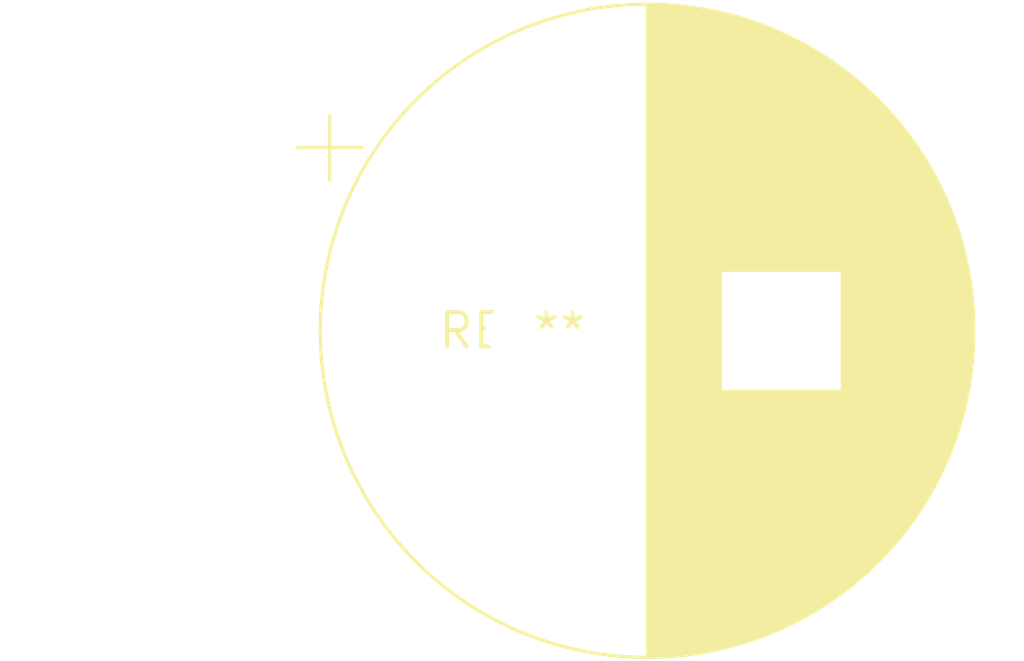
<source format=kicad_pcb>
(kicad_pcb (version 20240108) (generator pcbnew)
  (layers (0 "F.Cu" signal) (31 "B.Cu" signal) (34 "B.Paste" user) (35 "F.Paste" user) (36 "B.SilkS" user "B.Silkscreen") (37 "F.SilkS" user "F.Silkscreen") (38 "B.Mask" user) (39 "F.Mask" user) (44 "Edge.Cuts" user))
  (net 0 "")
  (footprint "CP_Radial_D24.0mm_P10.00mm_SnapIn" (layer "F.Cu") (at 0 0)
    (property "Reference" "REF**")
    (property "Value" "CP_Radial_D24.0mm_P10.00mm_SnapIn")
    (fp_line (start -7.969285 -6.795) (end -5.569285 -6.795) (layer "F.SilkS") (stroke (width 0.12)))
    (fp_line (start -6.769285 -7.995) (end -6.769285 -5.595) (layer "F.SilkS") (stroke (width 0.12)))
    (fp_line (start 5 -12.081) (end 5 12.081) (layer "F.SilkS") (stroke (width 0.12)))
    (fp_line (start 5.04 -12.08) (end 5.04 12.08) (layer "F.SilkS") (stroke (width 0.12)))
    (fp_line (start 5.08 -12.08) (end 5.08 12.08) (layer "F.SilkS") (stroke (width 0.12)))
    (fp_line (start 5.12 -12.08) (end 5.12 12.08) (layer "F.SilkS") (stroke (width 0.12)))
    (fp_line (start 5.16 -12.079) (end 5.16 12.079) (layer "F.SilkS") (stroke (width 0.12)))
    (fp_line (start 5.2 -12.079) (end 5.2 12.079) (layer "F.SilkS") (stroke (width 0.12)))
    (fp_line (start 5.24 -12.078) (end 5.24 12.078) (layer "F.SilkS") (stroke (width 0.12)))
    (fp_line (start 5.28 -12.077) (end 5.28 12.077) (layer "F.SilkS") (stroke (width 0.12)))
    (fp_line (start 5.32 -12.076) (end 5.32 12.076) (layer "F.SilkS") (stroke (width 0.12)))
    (fp_line (start 5.36 -12.075) (end 5.36 12.075) (layer "F.SilkS") (stroke (width 0.12)))
    (fp_line (start 5.4 -12.074) (end 5.4 12.074) (layer "F.SilkS") (stroke (width 0.12)))
    (fp_line (start 5.44 -12.073) (end 5.44 12.073) (layer "F.SilkS") (stroke (width 0.12)))
    (fp_line (start 5.48 -12.071) (end 5.48 12.071) (layer "F.SilkS") (stroke (width 0.12)))
    (fp_line (start 5.52 -12.069) (end 5.52 12.069) (layer "F.SilkS") (stroke (width 0.12)))
    (fp_line (start 5.56 -12.068) (end 5.56 12.068) (layer "F.SilkS") (stroke (width 0.12)))
    (fp_line (start 5.6 -12.066) (end 5.6 12.066) (layer "F.SilkS") (stroke (width 0.12)))
    (fp_line (start 5.64 -12.064) (end 5.64 12.064) (layer "F.SilkS") (stroke (width 0.12)))
    (fp_line (start 5.68 -12.061) (end 5.68 12.061) (layer "F.SilkS") (stroke (width 0.12)))
    (fp_line (start 5.721 -12.059) (end 5.721 12.059) (layer "F.SilkS") (stroke (width 0.12)))
    (fp_line (start 5.761 -12.057) (end 5.761 12.057) (layer "F.SilkS") (stroke (width 0.12)))
    (fp_line (start 5.801 -12.054) (end 5.801 12.054) (layer "F.SilkS") (stroke (width 0.12)))
    (fp_line (start 5.841 -12.051) (end 5.841 12.051) (layer "F.SilkS") (stroke (width 0.12)))
    (fp_line (start 5.881 -12.049) (end 5.881 12.049) (layer "F.SilkS") (stroke (width 0.12)))
    (fp_line (start 5.921 -12.046) (end 5.921 12.046) (layer "F.SilkS") (stroke (width 0.12)))
    (fp_line (start 5.961 -12.042) (end 5.961 12.042) (layer "F.SilkS") (stroke (width 0.12)))
    (fp_line (start 6.001 -12.039) (end 6.001 12.039) (layer "F.SilkS") (stroke (width 0.12)))
    (fp_line (start 6.041 -12.036) (end 6.041 12.036) (layer "F.SilkS") (stroke (width 0.12)))
    (fp_line (start 6.081 -12.032) (end 6.081 12.032) (layer "F.SilkS") (stroke (width 0.12)))
    (fp_line (start 6.121 -12.029) (end 6.121 12.029) (layer "F.SilkS") (stroke (width 0.12)))
    (fp_line (start 6.161 -12.025) (end 6.161 12.025) (layer "F.SilkS") (stroke (width 0.12)))
    (fp_line (start 6.201 -12.021) (end 6.201 12.021) (layer "F.SilkS") (stroke (width 0.12)))
    (fp_line (start 6.241 -12.017) (end 6.241 12.017) (layer "F.SilkS") (stroke (width 0.12)))
    (fp_line (start 6.281 -12.013) (end 6.281 12.013) (layer "F.SilkS") (stroke (width 0.12)))
    (fp_line (start 6.321 -12.008) (end 6.321 12.008) (layer "F.SilkS") (stroke (width 0.12)))
    (fp_line (start 6.361 -12.004) (end 6.361 12.004) (layer "F.SilkS") (stroke (width 0.12)))
    (fp_line (start 6.401 -11.999) (end 6.401 11.999) (layer "F.SilkS") (stroke (width 0.12)))
    (fp_line (start 6.441 -11.995) (end 6.441 11.995) (layer "F.SilkS") (stroke (width 0.12)))
    (fp_line (start 6.481 -11.99) (end 6.481 11.99) (layer "F.SilkS") (stroke (width 0.12)))
    (fp_line (start 6.521 -11.985) (end 6.521 11.985) (layer "F.SilkS") (stroke (width 0.12)))
    (fp_line (start 6.561 -11.98) (end 6.561 11.98) (layer "F.SilkS") (stroke (width 0.12)))
    (fp_line (start 6.601 -11.974) (end 6.601 11.974) (layer "F.SilkS") (stroke (width 0.12)))
    (fp_line (start 6.641 -11.969) (end 6.641 11.969) (layer "F.SilkS") (stroke (width 0.12)))
    (fp_line (start 6.681 -11.963) (end 6.681 11.963) (layer "F.SilkS") (stroke (width 0.12)))
    (fp_line (start 6.721 -11.958) (end 6.721 11.958) (layer "F.SilkS") (stroke (width 0.12)))
    (fp_line (start 6.761 -11.952) (end 6.761 11.952) (layer "F.SilkS") (stroke (width 0.12)))
    (fp_line (start 6.801 -11.946) (end 6.801 11.946) (layer "F.SilkS") (stroke (width 0.12)))
    (fp_line (start 6.841 -11.94) (end 6.841 11.94) (layer "F.SilkS") (stroke (width 0.12)))
    (fp_line (start 6.881 -11.934) (end 6.881 11.934) (layer "F.SilkS") (stroke (width 0.12)))
    (fp_line (start 6.921 -11.927) (end 6.921 11.927) (layer "F.SilkS") (stroke (width 0.12)))
    (fp_line (start 6.961 -11.921) (end 6.961 11.921) (layer "F.SilkS") (stroke (width 0.12)))
    (fp_line (start 7.001 -11.914) (end 7.001 11.914) (layer "F.SilkS") (stroke (width 0.12)))
    (fp_line (start 7.041 -11.908) (end 7.041 11.908) (layer "F.SilkS") (stroke (width 0.12)))
    (fp_line (start 7.081 -11.901) (end 7.081 11.901) (layer "F.SilkS") (stroke (width 0.12)))
    (fp_line (start 7.121 -11.894) (end 7.121 11.894) (layer "F.SilkS") (stroke (width 0.12)))
    (fp_line (start 7.161 -11.886) (end 7.161 11.886) (layer "F.SilkS") (stroke (width 0.12)))
    (fp_line (start 7.201 -11.879) (end 7.201 11.879) (layer "F.SilkS") (stroke (width 0.12)))
    (fp_line (start 7.241 -11.872) (end 7.241 11.872) (layer "F.SilkS") (stroke (width 0.12)))
    (fp_line (start 7.281 -11.864) (end 7.281 11.864) (layer "F.SilkS") (stroke (width 0.12)))
    (fp_line (start 7.321 -11.856) (end 7.321 11.856) (layer "F.SilkS") (stroke (width 0.12)))
    (fp_line (start 7.361 -11.849) (end 7.361 11.849) (layer "F.SilkS") (stroke (width 0.12)))
    (fp_line (start 7.401 -11.841) (end 7.401 11.841) (layer "F.SilkS") (stroke (width 0.12)))
    (fp_line (start 7.441 -11.832) (end 7.441 11.832) (layer "F.SilkS") (stroke (width 0.12)))
    (fp_line (start 7.481 -11.824) (end 7.481 11.824) (layer "F.SilkS") (stroke (width 0.12)))
    (fp_line (start 7.521 -11.816) (end 7.521 11.816) (layer "F.SilkS") (stroke (width 0.12)))
    (fp_line (start 7.561 -11.807) (end 7.561 11.807) (layer "F.SilkS") (stroke (width 0.12)))
    (fp_line (start 7.601 -11.798) (end 7.601 11.798) (layer "F.SilkS") (stroke (width 0.12)))
    (fp_line (start 7.641 -11.789) (end 7.641 11.789) (layer "F.SilkS") (stroke (width 0.12)))
    (fp_line (start 7.681 -11.78) (end 7.681 11.78) (layer "F.SilkS") (stroke (width 0.12)))
    (fp_line (start 7.721 -11.771) (end 7.721 11.771) (layer "F.SilkS") (stroke (width 0.12)))
    (fp_line (start 7.761 -11.762) (end 7.761 -2.24) (layer "F.SilkS") (stroke (width 0.12)))
    (fp_line (start 7.761 2.24) (end 7.761 11.762) (layer "F.SilkS") (stroke (width 0.12)))
    (fp_line (start 7.801 -11.753) (end 7.801 -2.24) (layer "F.SilkS") (stroke (width 0.12)))
    (fp_line (start 7.801 2.24) (end 7.801 11.753) (layer "F.SilkS") (stroke (width 0.12)))
    (fp_line (start 7.841 -11.743) (end 7.841 -2.24) (layer "F.SilkS") (stroke (width 0.12)))
    (fp_line (start 7.841 2.24) (end 7.841 11.743) (layer "F.SilkS") (stroke (width 0.12)))
    (fp_line (start 7.881 -11.733) (end 7.881 -2.24) (layer "F.SilkS") (stroke (width 0.12)))
    (fp_line (start 7.881 2.24) (end 7.881 11.733) (layer "F.SilkS") (stroke (width 0.12)))
    (fp_line (start 7.921 -11.723) (end 7.921 -2.24) (layer "F.SilkS") (stroke (width 0.12)))
    (fp_line (start 7.921 2.24) (end 7.921 11.723) (layer "F.SilkS") (stroke (width 0.12)))
    (fp_line (start 7.961 -11.713) (end 7.961 -2.24) (layer "F.SilkS") (stroke (width 0.12)))
    (fp_line (start 7.961 2.24) (end 7.961 11.713) (layer "F.SilkS") (stroke (width 0.12)))
    (fp_line (start 8.001 -11.703) (end 8.001 -2.24) (layer "F.SilkS") (stroke (width 0.12)))
    (fp_line (start 8.001 2.24) (end 8.001 11.703) (layer "F.SilkS") (stroke (width 0.12)))
    (fp_line (start 8.041 -11.693) (end 8.041 -2.24) (layer "F.SilkS") (stroke (width 0.12)))
    (fp_line (start 8.041 2.24) (end 8.041 11.693) (layer "F.SilkS") (stroke (width 0.12)))
    (fp_line (start 8.081 -11.683) (end 8.081 -2.24) (layer "F.SilkS") (stroke (width 0.12)))
    (fp_line (start 8.081 2.24) (end 8.081 11.683) (layer "F.SilkS") (stroke (width 0.12)))
    (fp_line (start 8.121 -11.672) (end 8.121 -2.24) (layer "F.SilkS") (stroke (width 0.12)))
    (fp_line (start 8.121 2.24) (end 8.121 11.672) (layer "F.SilkS") (stroke (width 0.12)))
    (fp_line (start 8.161 -11.661) (end 8.161 -2.24) (layer "F.SilkS") (stroke (width 0.12)))
    (fp_line (start 8.161 2.24) (end 8.161 11.661) (layer "F.SilkS") (stroke (width 0.12)))
    (fp_line (start 8.201 -11.65) (end 8.201 -2.24) (layer "F.SilkS") (stroke (width 0.12)))
    (fp_line (start 8.201 2.24) (end 8.201 11.65) (layer "F.SilkS") (stroke (width 0.12)))
    (fp_line (start 8.241 -11.639) (end 8.241 -2.24) (layer "F.SilkS") (stroke (width 0.12)))
    (fp_line (start 8.241 2.24) (end 8.241 11.639) (layer "F.SilkS") (stroke (width 0.12)))
    (fp_line (start 8.281 -11.628) (end 8.281 -2.24) (layer "F.SilkS") (stroke (width 0.12)))
    (fp_line (start 8.281 2.24) (end 8.281 11.628) (layer "F.SilkS") (stroke (width 0.12)))
    (fp_line (start 8.321 -11.617) (end 8.321 -2.24) (layer "F.SilkS") (stroke (width 0.12)))
    (fp_line (start 8.321 2.24) (end 8.321 11.617) (layer "F.SilkS") (stroke (width 0.12)))
    (fp_line (start 8.361 -11.605) (end 8.361 -2.24) (layer "F.SilkS") (stroke (width 0.12)))
    (fp_line (start 8.361 2.24) (end 8.361 11.605) (layer "F.SilkS") (stroke (width 0.12)))
    (fp_line (start 8.401 -11.594) (end 8.401 -2.24) (layer "F.SilkS") (stroke (width 0.12)))
    (fp_line (start 8.401 2.24) (end 8.401 11.594) (layer "F.SilkS") (stroke (width 0.12)))
    (fp_line (start 8.441 -11.582) (end 8.441 -2.24) (layer "F.SilkS") (stroke (width 0.12)))
    (fp_line (start 8.441 2.24) (end 8.441 11.582) (layer "F.SilkS") (stroke (width 0.12)))
    (fp_line (start 8.481 -11.57) (end 8.481 -2.24) (layer "F.SilkS") (stroke (width 0.12)))
    (fp_line (start 8.481 2.24) (end 8.481 11.57) (layer "F.SilkS") (stroke (width 0.12)))
    (fp_line (start 8.521 -11.558) (end 8.521 -2.24) (layer "F.SilkS") (stroke (width 0.12)))
    (fp_line (start 8.521 2.24) (end 8.521 11.558) (layer "F.SilkS") (stroke (width 0.12)))
    (fp_line (start 8.561 -11.546) (end 8.561 -2.24) (layer "F.SilkS") (stroke (width 0.12)))
    (fp_line (start 8.561 2.24) (end 8.561 11.546) (layer "F.SilkS") (stroke (width 0.12)))
    (fp_line (start 8.601 -11.534) (end 8.601 -2.24) (layer "F.SilkS") (stroke (width 0.12)))
    (fp_line (start 8.601 2.24) (end 8.601 11.534) (layer "F.SilkS") (stroke (width 0.12)))
    (fp_line (start 8.641 -11.521) (end 8.641 -2.24) (layer "F.SilkS") (stroke (width 0.12)))
    (fp_line (start 8.641 2.24) (end 8.641 11.521) (layer "F.SilkS") (stroke (width 0.12)))
    (fp_line (start 8.681 -11.508) (end 8.681 -2.24) (layer "F.SilkS") (stroke (width 0.12)))
    (fp_line (start 8.681 2.24) (end 8.681 11.508) (layer "F.SilkS") (stroke (width 0.12)))
    (fp_line (start 8.721 -11.495) (end 8.721 -2.24) (layer "F.SilkS") (stroke (width 0.12)))
    (fp_line (start 8.721 2.24) (end 8.721 11.495) (layer "F.SilkS") (stroke (width 0.12)))
    (fp_line (start 8.761 -11.483) (end 8.761 -2.24) (layer "F.SilkS") (stroke (width 0.12)))
    (fp_line (start 8.761 2.24) (end 8.761 11.483) (layer "F.SilkS") (stroke (width 0.12)))
    (fp_line (start 8.801 -11.469) (end 8.801 -2.24) (layer "F.SilkS") (stroke (width 0.12)))
    (fp_line (start 8.801 2.24) (end 8.801 11.469) (layer "F.SilkS") (stroke (width 0.12)))
    (fp_line (start 8.841 -11.456) (end 8.841 -2.24) (layer "F.SilkS") (stroke (width 0.12)))
    (fp_line (start 8.841 2.24) (end 8.841 11.456) (layer "F.SilkS") (stroke (width 0.12)))
    (fp_line (start 8.881 -11.443) (end 8.881 -2.24) (layer "F.SilkS") (stroke (width 0.12)))
    (fp_line (start 8.881 2.24) (end 8.881 11.443) (layer "F.SilkS") (stroke (width 0.12)))
    (fp_line (start 8.921 -11.429) (end 8.921 -2.24) (layer "F.SilkS") (stroke (width 0.12)))
    (fp_line (start 8.921 2.24) (end 8.921 11.429) (layer "F.SilkS") (stroke (width 0.12)))
    (fp_line (start 8.961 -11.415) (end 8.961 -2.24) (layer "F.SilkS") (stroke (width 0.12)))
    (fp_line (start 8.961 2.24) (end 8.961 11.415) (layer "F.SilkS") (stroke (width 0.12)))
    (fp_line (start 9.001 -11.401) (end 9.001 -2.24) (layer "F.SilkS") (stroke (width 0.12)))
    (fp_line (start 9.001 2.24) (end 9.001 11.401) (layer "F.SilkS") (stroke (width 0.12)))
    (fp_line (start 9.041 -11.387) (end 9.041 -2.24) (layer "F.SilkS") (stroke (width 0.12)))
    (fp_line (start 9.041 2.24) (end 9.041 11.387) (layer "F.SilkS") (stroke (width 0.12)))
    (fp_line (start 9.081 -11.373) (end 9.081 -2.24) (layer "F.SilkS") (stroke (width 0.12)))
    (fp_line (start 9.081 2.24) (end 9.081 11.373) (layer "F.SilkS") (stroke (width 0.12)))
    (fp_line (start 9.121 -11.359) (end 9.121 -2.24) (layer "F.SilkS") (stroke (width 0.12)))
    (fp_line (start 9.121 2.24) (end 9.121 11.359) (layer "F.SilkS") (stroke (width 0.12)))
    (fp_line (start 9.161 -11.344) (end 9.161 -2.24) (layer "F.SilkS") (stroke (width 0.12)))
    (fp_line (start 9.161 2.24) (end 9.161 11.344) (layer "F.SilkS") (stroke (width 0.12)))
    (fp_line (start 9.201 -11.33) (end 9.201 -2.24) (layer "F.SilkS") (stroke (width 0.12)))
    (fp_line (start 9.201 2.24) (end 9.201 11.33) (layer "F.SilkS") (stroke (width 0.12)))
    (fp_line (start 9.241 -11.315) (end 9.241 -2.24) (layer "F.SilkS") (stroke (width 0.12)))
    (fp_line (start 9.241 2.24) (end 9.241 11.315) (layer "F.SilkS") (stroke (width 0.12)))
    (fp_line (start 9.281 -11.3) (end 9.281 -2.24) (layer "F.SilkS") (stroke (width 0.12)))
    (fp_line (start 9.281 2.24) (end 9.281 11.3) (layer "F.SilkS") (stroke (width 0.12)))
    (fp_line (start 9.321 -11.284) (end 9.321 -2.24) (layer "F.SilkS") (stroke (width 0.12)))
    (fp_line (start 9.321 2.24) (end 9.321 11.284) (layer "F.SilkS") (stroke (width 0.12)))
    (fp_line (start 9.361 -11.269) (end 9.361 -2.24) (layer "F.SilkS") (stroke (width 0.12)))
    (fp_line (start 9.361 2.24) (end 9.361 11.269) (layer "F.SilkS") (stroke (width 0.12)))
    (fp_line (start 9.401 -11.254) (end 9.401 -2.24) (layer "F.SilkS") (stroke (width 0.12)))
    (fp_line (start 9.401 2.24) (end 9.401 11.254) (layer "F.SilkS") (stroke (width 0.12)))
    (fp_line (start 9.441 -11.238) (end 9.441 -2.24) (layer "F.SilkS") (stroke (width 0.12)))
    (fp_line (start 9.441 2.24) (end 9.441 11.238) (layer "F.SilkS") (stroke (width 0.12)))
    (fp_line (start 9.481 -11.222) (end 9.481 -2.24) (layer "F.SilkS") (stroke (width 0.12)))
    (fp_line (start 9.481 2.24) (end 9.481 11.222) (layer "F.SilkS") (stroke (width 0.12)))
    (fp_line (start 9.521 -11.206) (end 9.521 -2.24) (layer "F.SilkS") (stroke (width 0.12)))
    (fp_line (start 9.521 2.24) (end 9.521 11.206) (layer "F.SilkS") (stroke (width 0.12)))
    (fp_line (start 9.561 -11.19) (end 9.561 -2.24) (layer "F.SilkS") (stroke (width 0.12)))
    (fp_line (start 9.561 2.24) (end 9.561 11.19) (layer "F.SilkS") (stroke (width 0.12)))
    (fp_line (start 9.601 -11.174) (end 9.601 -2.24) (layer "F.SilkS") (stroke (width 0.12)))
    (fp_line (start 9.601 2.24) (end 9.601 11.174) (layer "F.SilkS") (stroke (width 0.12)))
    (fp_line (start 9.641 -11.157) (end 9.641 -2.24) (layer "F.SilkS") (stroke (width 0.12)))
    (fp_line (start 9.641 2.24) (end 9.641 11.157) (layer "F.SilkS") (stroke (width 0.12)))
    (fp_line (start 9.681 -11.14) (end 9.681 -2.24) (layer "F.SilkS") (stroke (width 0.12)))
    (fp_line (start 9.681 2.24) (end 9.681 11.14) (layer "F.SilkS") (stroke (width 0.12)))
    (fp_line (start 9.721 -11.124) (end 9.721 -2.24) (layer "F.SilkS") (stroke (width 0.12)))
    (fp_line (start 9.721 2.24) (end 9.721 11.124) (layer "F.SilkS") (stroke (width 0.12)))
    (fp_line (start 9.761 -11.107) (end 9.761 -2.24) (layer "F.SilkS") (stroke (width 0.12)))
    (fp_line (start 9.761 2.24) (end 9.761 11.107) (layer "F.SilkS") (stroke (width 0.12)))
    (fp_line (start 9.801 -11.089) (end 9.801 -2.24) (layer "F.SilkS") (stroke (width 0.12)))
    (fp_line (start 9.801 2.24) (end 9.801 11.089) (layer "F.SilkS") (stroke (width 0.12)))
    (fp_line (start 9.841 -11.072) (end 9.841 -2.24) (layer "F.SilkS") (stroke (width 0.12)))
    (fp_line (start 9.841 2.24) (end 9.841 11.072) (layer "F.SilkS") (stroke (width 0.12)))
    (fp_line (start 9.881 -11.055) (end 9.881 -2.24) (layer "F.SilkS") (stroke (width 0.12)))
    (fp_line (start 9.881 2.24) (end 9.881 11.055) (layer "F.SilkS") (stroke (width 0.12)))
    (fp_line (start 9.921 -11.037) (end 9.921 -2.24) (layer "F.SilkS") (stroke (width 0.12)))
    (fp_line (start 9.921 2.24) (end 9.921 11.037) (layer "F.SilkS") (stroke (width 0.12)))
    (fp_line (start 9.961 -11.019) (end 9.961 -2.24) (layer "F.SilkS") (stroke (width 0.12)))
    (fp_line (start 9.961 2.24) (end 9.961 11.019) (layer "F.SilkS") (stroke (width 0.12)))
    (fp_line (start 10.001 -11.001) (end 10.001 -2.24) (layer "F.SilkS") (stroke (width 0.12)))
    (fp_line (start 10.001 2.24) (end 10.001 11.001) (layer "F.SilkS") (stroke (width 0.12)))
    (fp_line (start 10.041 -10.983) (end 10.041 -2.24) (layer "F.SilkS") (stroke (width 0.12)))
    (fp_line (start 10.041 2.24) (end 10.041 10.983) (layer "F.SilkS") (stroke (width 0.12)))
    (fp_line (start 10.081 -10.964) (end 10.081 -2.24) (layer "F.SilkS") (stroke (width 0.12)))
    (fp_line (start 10.081 2.24) (end 10.081 10.964) (layer "F.SilkS") (stroke (width 0.12)))
    (fp_line (start 10.121 -10.946) (end 10.121 -2.24) (layer "F.SilkS") (stroke (width 0.12)))
    (fp_line (start 10.121 2.24) (end 10.121 10.946) (layer "F.SilkS") (stroke (width 0.12)))
    (fp_line (start 10.161 -10.927) (end 10.161 -2.24) (layer "F.SilkS") (stroke (width 0.12)))
    (fp_line (start 10.161 2.24) (end 10.161 10.927) (layer "F.SilkS") (stroke (width 0.12)))
    (fp_line (start 10.201 -10.908) (end 10.201 -2.24) (layer "F.SilkS") (stroke (width 0.12)))
    (fp_line (start 10.201 2.24) (end 10.201 10.908) (layer "F.SilkS") (stroke (width 0.12)))
    (fp_line (start 10.241 -10.889) (end 10.241 -2.24) (layer "F.SilkS") (stroke (width 0.12)))
    (fp_line (start 10.241 2.24) (end 10.241 10.889) (layer "F.SilkS") (stroke (width 0.12)))
    (fp_line (start 10.281 -10.87) (end 10.281 -2.24) (layer "F.SilkS") (stroke (width 0.12)))
    (fp_line (start 10.281 2.24) (end 10.281 10.87) (layer "F.SilkS") (stroke (width 0.12)))
    (fp_line (start 10.321 -10.85) (end 10.321 -2.24) (layer "F.SilkS") (stroke (width 0.12)))
    (fp_line (start 10.321 2.24) (end 10.321 10.85) (layer "F.SilkS") (stroke (width 0.12)))
    (fp_line (start 10.361 -10.831) (end 10.361 -2.24) (layer "F.SilkS") (stroke (width 0.12)))
    (fp_line (start 10.361 2.24) (end 10.361 10.831) (layer "F.SilkS") (stroke (width 0.12)))
    (fp_line (start 10.401 -10.811) (end 10.401 -2.24) (layer "F.SilkS") (stroke (width 0.12)))
    (fp_line (start 10.401 2.24) (end 10.401 10.811) (layer "F.SilkS") (stroke (width 0.12)))
    (fp_line (start 10.441 -10.791) (end 10.441 -2.24) (layer "F.SilkS") (stroke (width 0.12)))
    (fp_line (start 10.441 2.24) (end 10.441 10.791) (layer "F.SilkS") (stroke (width 0.12)))
    (fp_line (start 10.481 -10.771) (end 10.481 -2.24) (layer "F.SilkS") (stroke (width 0.12)))
    (fp_line (start 10.481 2.24) (end 10.481 10.771) (layer "F.SilkS") (stroke (width 0.12)))
    (fp_line (start 10.521 -10.75) (end 10.521 -2.24) (layer "F.SilkS") (stroke (width 0.12)))
    (fp_line (start 10.521 2.24) (end 10.521 10.75) (layer "F.SilkS") (stroke (width 0.12)))
    (fp_line (start 10.561 -10.73) (end 10.561 -2.24) (layer "F.SilkS") (stroke (width 0.12)))
    (fp_line (start 10.561 2.24) (end 10.561 10.73) (layer "F.SilkS") (stroke (width 0.12)))
    (fp_line (start 10.601 -10.709) (end 10.601 -2.24) (layer "F.SilkS") (stroke (width 0.12)))
    (fp_line (start 10.601 2.24) (end 10.601 10.709) (layer "F.SilkS") (stroke (width 0.12)))
    (fp_line (start 10.641 -10.688) (end 10.641 -2.24) (layer "F.SilkS") (stroke (width 0.12)))
    (fp_line (start 10.641 2.24) (end 10.641 10.688) (layer "F.SilkS") (stroke (width 0.12)))
    (fp_line (start 10.681 -10.667) (end 10.681 -2.24) (layer "F.SilkS") (stroke (width 0.12)))
    (fp_line (start 10.681 2.24) (end 10.681 10.667) (layer "F.SilkS") (stroke (width 0.12)))
    (fp_line (start 10.721 -10.646) (end 10.721 -2.24) (layer "F.SilkS") (stroke (width 0.12)))
    (fp_line (start 10.721 2.24) (end 10.721 10.646) (layer "F.SilkS") (stroke (width 0.12)))
    (fp_line (start 10.761 -10.624) (end 10.761 -2.24) (layer "F.SilkS") (stroke (width 0.12)))
    (fp_line (start 10.761 2.24) (end 10.761 10.624) (layer "F.SilkS") (stroke (width 0.12)))
    (fp_line (start 10.801 -10.603) (end 10.801 -2.24) (layer "F.SilkS") (stroke (width 0.12)))
    (fp_line (start 10.801 2.24) (end 10.801 10.603) (layer "F.SilkS") (stroke (width 0.12)))
    (fp_line (start 10.841 -10.581) (end 10.841 -2.24) (layer "F.SilkS") (stroke (width 0.12)))
    (fp_line (start 10.841 2.24) (end 10.841 10.581) (layer "F.SilkS") (stroke (width 0.12)))
    (fp_line (start 10.881 -10.559) (end 10.881 -2.24) (layer "F.SilkS") (stroke (width 0.12)))
    (fp_line (start 10.881 2.24) (end 10.881 10.559) (layer "F.SilkS") (stroke (width 0.12)))
    (fp_line (start 10.921 -10.536) (end 10.921 -2.24) (layer "F.SilkS") (stroke (width 0.12)))
    (fp_line (start 10.921 2.24) (end 10.921 10.536) (layer "F.SilkS") (stroke (width 0.12)))
    (fp_line (start 10.961 -10.514) (end 10.961 -2.24) (layer "F.SilkS") (stroke (width 0.12)))
    (fp_line (start 10.961 2.24) (end 10.961 10.514) (layer "F.SilkS") (stroke (width 0.12)))
    (fp_line (start 11.001 -10.491) (end 11.001 -2.24) (layer "F.SilkS") (stroke (width 0.12)))
    (fp_line (start 11.001 2.24) (end 11.001 10.491) (layer "F.SilkS") (stroke (width 0.12)))
    (fp_line (start 11.041 -10.468) (end 11.041 -2.24) (layer "F.SilkS") (stroke (width 0.12)))
    (fp_line (start 11.041 2.24) (end 11.041 10.468) (layer "F.SilkS") (stroke (width 0.12)))
    (fp_line (start 11.081 -10.445) (end 11.081 -2.24) (layer "F.SilkS") (stroke (width 0.12)))
    (fp_line (start 11.081 2.24) (end 11.081 10.445) (layer "F.SilkS") (stroke (width 0.12)))
    (fp_line (start 11.121 -10.422) (end 11.121 -2.24) (layer "F.SilkS") (stroke (width 0.12)))
    (fp_line (start 11.121 2.24) (end 11.121 10.422) (layer "F.SilkS") (stroke (width 0.12)))
    (fp_line (start 11.161 -10.398) (end 11.161 -2.24) (layer "F.SilkS") (stroke (width 0.12)))
    (fp_line (start 11.161 2.24) (end 11.161 10.398) (layer "F.SilkS") (stroke (width 0.12)))
    (fp_line (start 11.201 -10.375) (end 11.201 -2.24) (layer "F.SilkS") (stroke (width 0.12)))
    (fp_line (start 11.201 2.24) (end 11.201 10.375) (layer "F.SilkS") (stroke (width 0.12)))
    (fp_line (start 11.241 -10.351) (end 11.241 -2.24) (layer "F.SilkS") (stroke (width 0.12)))
    (fp_line (start 11.241 2.24) (end 11.241 10.351) (layer "F.SilkS") (stroke (width 0.12)))
    (fp_line (start 11.281 -10.327) (end 11.281 -2.24) (layer "F.SilkS") (stroke (width 0.12)))
    (fp_line (start 11.281 2.24) (end 11.281 10.327) (layer "F.SilkS") (stroke (width 0.12)))
    (fp_line (start 11.321 -10.302) (end 11.321 -2.24) (layer "F.SilkS") (stroke (width 0.12)))
    (fp_line (start 11.321 2.24) (end 11.321 10.302) (layer "F.SilkS") (stroke (width 0.12)))
    (fp_line (start 11.361 -10.278) (end 11.361 -2.24) (layer "F.SilkS") (stroke (width 0.12)))
    (fp_line (start 11.361 2.24) (end 11.361 10.278) (layer "F.SilkS") (stroke (width 0.12)))
    (fp_line (start 11.401 -10.253) (end 11.401 -2.24) (layer "F.SilkS") (stroke (width 0.12)))
    (fp_line (start 11.401 2.24) (end 11.401 10.253) (layer "F.SilkS") (stroke (width 0.12)))
    (fp_line (start 11.441 -10.228) (end 11.441 -2.24) (layer "F.SilkS") (stroke (width 0.12)))
    (fp_line (start 11.441 2.24) (end 11.441 10.228) (layer "F.SilkS") (stroke (width 0.12)))
    (fp_line (start 11.481 -10.203) (end 11.481 -2.24) (layer "F.SilkS") (stroke (width 0.12)))
    (fp_line (start 11.481 2.24) (end 11.481 10.203) (layer "F.SilkS") (stroke (width 0.12)))
    (fp_line (start 11.521 -10.177) (end 11.521 -2.24) (layer "F.SilkS") (stroke (width 0.12)))
    (fp_line (start 11.521 2.24) (end 11.521 10.177) (layer "F.SilkS") (stroke (width 0.12)))
    (fp_line (start 11.561 -10.152) (end 11.561 -2.24) (layer "F.SilkS") (stroke (width 0.12)))
    (fp_line (start 11.561 2.24) (end 11.561 10.152) (layer "F.SilkS") (stroke (width 0.12)))
    (fp_line (start 11.601 -10.126) (end 11.601 -2.24) (layer "F.SilkS") (stroke (width 0.12)))
    (fp_line (start 11.601 2.24) (end 11.601 10.126) (layer "F.SilkS") (stroke (width 0.12)))
    (fp_line (start 11.641 -10.1) (end 11.641 -2.24) (layer "F.SilkS") (stroke (width 0.12)))
    (fp_line (start 11.641 2.24) (end 11.641 10.1) (layer "F.SilkS") (stroke (width 0.12)))
    (fp_line (start 11.681 -10.073) (end 11.681 -2.24) (layer "F.SilkS") (stroke (width 0.12)))
    (fp_line (start 11.681 2.24) (end 11.681 10.073) (layer "F.SilkS") (stroke (width 0.12)))
    (fp_line (start 11.721 -10.047) (end 11.721 -2.24) (layer "F.SilkS") (stroke (width 0.12)))
    (fp_line (start 11.721 2.24) (end 11.721 10.047) (layer "F.SilkS") (stroke (width 0.12)))
    (fp_line (start 11.761 -10.02) (end 11.761 -2.24) (layer "F.SilkS") (stroke (width 0.12)))
    (fp_line (start 11.761 2.24) (end 11.761 10.02) (layer "F.SilkS") (stroke (width 0.12)))
    (fp_line (start 11.801 -9.993) (end 11.801 -2.24) (layer "F.SilkS") (stroke (width 0.12)))
    (fp_line (start 11.801 2.24) (end 11.801 9.993) (layer "F.SilkS") (stroke (width 0.12)))
    (fp_line (start 11.841 -9.966) (end 11.841 -2.24) (layer "F.SilkS") (stroke (width 0.12)))
    (fp_line (start 11.841 2.24) (end 11.841 9.966) (layer "F.SilkS") (stroke (width 0.12)))
    (fp_line (start 11.881 -9.938) (end 11.881 -2.24) (layer "F.SilkS") (stroke (width 0.12)))
    (fp_line (start 11.881 2.24) (end 11.881 9.938) (layer "F.SilkS") (stroke (width 0.12)))
    (fp_line (start 11.921 -9.911) (end 11.921 -2.24) (layer "F.SilkS") (stroke (width 0.12)))
    (fp_line (start 11.921 2.24) (end 11.921 9.911) (layer "F.SilkS") (stroke (width 0.12)))
    (fp_line (start 11.961 -9.883) (end 11.961 -2.24) (layer "F.SilkS") (stroke (width 0.12)))
    (fp_line (start 11.961 2.24) (end 11.961 9.883) (layer "F.SilkS") (stroke (width 0.12)))
    (fp_line (start 12.001 -9.855) (end 12.001 -2.24) (layer "F.SilkS") (stroke (width 0.12)))
    (fp_line (start 12.001 2.24) (end 12.001 9.855) (layer "F.SilkS") (stroke (width 0.12)))
    (fp_line (start 12.041 -9.826) (end 12.041 -2.24) (layer "F.SilkS") (stroke (width 0.12)))
    (fp_line (start 12.041 2.24) (end 12.041 9.826) (layer "F.SilkS") (stroke (width 0.12)))
    (fp_line (start 12.081 -9.798) (end 12.081 -2.24) (layer "F.SilkS") (stroke (width 0.12)))
    (fp_line (start 12.081 2.24) (end 12.081 9.798) (layer "F.SilkS") (stroke (width 0.12)))
    (fp_line (start 12.121 -9.769) (end 12.121 -2.24) (layer "F.SilkS") (stroke (width 0.12)))
    (fp_line (start 12.121 2.24) (end 12.121 9.769) (layer "F.SilkS") (stroke (width 0.12)))
    (fp_line (start 12.161 -9.739) (end 12.161 -2.24) (layer "F.SilkS") (stroke (width 0.12)))
    (fp_line (start 12.161 2.24) (end 12.161 9.739) (layer "F.SilkS") (stroke (width 0.12)))
    (fp_line (start 12.201 -9.71) (end 12.201 -2.24) (layer "F.SilkS") (stroke (width 0.12)))
    (fp_line (start 12.201 2.24) (end 12.201 9.71) (layer "F.SilkS") (stroke (width 0.12)))
    (fp_line (start 12.241 -9.68) (end 12.241 9.68) (layer "F.SilkS") (stroke (width 0.12)))
    (fp_line (start 12.281 -9.65) (end 12.281 9.65) (layer "F.SilkS") (stroke (width 0.12)))
    (fp_line (start 12.321 -9.62) (end 12.321 9.62) (layer "F.SilkS") (stroke (width 0.12)))
    (fp_line (start 12.361 -9.59) (end 12.361 9.59) (layer "F.SilkS") (stroke (width 0.12)))
    (fp_line (start 12.401 -9.559) (end 12.401 9.559) (layer "F.SilkS") (stroke (width 0.12)))
    (fp_line (start 12.441 -9.528) (end 12.441 9.528) (layer "F.SilkS") (stroke (width 0.12)))
    (fp_line (start 12.481 -9.497) (end 12.481 9.497) (layer "F.SilkS") (stroke (width 0.12)))
    (fp_line (start 12.521 -9.465) (end 12.521 9.465) (layer "F.SilkS") (stroke (width 0.12)))
    (fp_line (start 12.561 -9.434) (end 12.561 9.434) (layer "F.SilkS") (stroke (width 0.12)))
    (fp_line (start 12.601 -9.402) (end 12.601 9.402) (layer "F.SilkS") (stroke (width 0.12)))
    (fp_line (start 12.641 -9.369) (end 12.641 9.369) (layer "F.SilkS") (stroke (width 0.12)))
    (fp_line (start 12.681 -9.337) (end 12.681 9.337) (layer "F.SilkS") (stroke (width 0.12)))
    (fp_line (start 12.721 -9.304) (end 12.721 9.304) (layer "F.SilkS") (stroke (width 0.12)))
    (fp_line (start 12.761 -9.271) (end 12.761 9.271) (layer "F.SilkS") (stroke (width 0.12)))
    (fp_line (start 12.801 -9.237) (end 12.801 9.237) (layer "F.SilkS") (stroke (width 0.12)))
    (fp_line (start 12.841 -9.203) (end 12.841 9.203) (layer "F.SilkS") (stroke (width 0.12)))
    (fp_line (start 12.881 -9.169) (end 12.881 9.169) (layer "F.SilkS") (stroke (width 0.12)))
    (fp_line (start 12.921 -9.135) (end 12.921 9.135) (layer "F.SilkS") (stroke (width 0.12)))
    (fp_line (start 12.961 -9.1) (end 12.961 9.1) (layer "F.SilkS") (stroke (width 0.12)))
    (fp_line (start 13.001 -9.065) (end 13.001 9.065) (layer "F.SilkS") (stroke (width 0.12)))
    (fp_line (start 13.041 -9.03) (end 13.041 9.03) (layer "F.SilkS") (stroke (width 0.12)))
    (fp_line (start 13.081 -8.994) (end 13.081 8.994) (layer "F.SilkS") (stroke (width 0.12)))
    (fp_line (start 13.121 -8.958) (end 13.121 8.958) (layer "F.SilkS") (stroke (width 0.12)))
    (fp_line (start 13.161 -8.922) (end 13.161 8.922) (layer "F.SilkS") (stroke (width 0.12)))
    (fp_line (start 13.2 -8.885) (end 13.2 8.885) (layer "F.SilkS") (stroke (width 0.12)))
    (fp_line (start 13.24 -8.849) (end 13.24 8.849) (layer "F.SilkS") (stroke (width 0.12)))
    (fp_line (start 13.28 -8.811) (end 13.28 8.811) (layer "F.SilkS") (stroke (width 0.12)))
    (fp_line (start 13.32 -8.774) (end 13.32 8.774) (layer "F.SilkS") (stroke (width 0.12)))
    (fp_line (start 13.36 -8.736) (end 13.36 8.736) (layer "F.SilkS") (stroke (width 0.12)))
    (fp_line (start 13.4 -8.697) (end 13.4 8.697) (layer "F.SilkS") (stroke (width 0.12)))
    (fp_line (start 13.44 -8.659) (end 13.44 8.659) (layer "F.SilkS") (stroke (width 0.12)))
    (fp_line (start 13.48 -8.62) (end 13.48 8.62) (layer "F.SilkS") (stroke (width 0.12)))
    (fp_line (start 13.52 -8.58) (end 13.52 8.58) (layer "F.SilkS") (stroke (width 0.12)))
    (fp_line (start 13.56 -8.541) (end 13.56 8.541) (layer "F.SilkS") (stroke (width 0.12)))
    (fp_line (start 13.6 -8.501) (end 13.6 8.501) (layer "F.SilkS") (stroke (width 0.12)))
    (fp_line (start 13.64 -8.46) (end 13.64 8.46) (layer "F.SilkS") (stroke (width 0.12)))
    (fp_line (start 13.68 -8.419) (end 13.68 8.419) (layer "F.SilkS") (stroke (width 0.12)))
    (fp_line (start 13.72 -8.378) (end 13.72 8.378) (layer "F.SilkS") (stroke (width 0.12)))
    (fp_line (start 13.76 -8.336) (end 13.76 8.336) (layer "F.SilkS") (stroke (width 0.12)))
    (fp_line (start 13.8 -8.294) (end 13.8 8.294) (layer "F.SilkS") (stroke (width 0.12)))
    (fp_line (start 13.84 -8.252) (end 13.84 8.252) (layer "F.SilkS") (stroke (width 0.12)))
    (fp_line (start 13.88 -8.209) (end 13.88 8.209) (layer "F.SilkS") (stroke (width 0.12)))
    (fp_line (start 13.92 -8.166) (end 13.92 8.166) (layer "F.SilkS") (stroke (width 0.12)))
    (fp_line (start 13.96 -8.122) (end 13.96 8.122) (layer "F.SilkS") (stroke (width 0.12)))
    (fp_line (start 14 -8.078) (end 14 8.078) (layer "F.SilkS") (stroke (width 0.12)))
    (fp_line (start 14.04 -8.033) (end 14.04 8.033) (layer "F.SilkS") (stroke (width 0.12)))
    (fp_line (start 14.08 -7.988) (end 14.08 7.988) (layer "F.SilkS") (stroke (width 0.12)))
    (fp_line (start 14.12 -7.943) (end 14.12 7.943) (layer "F.SilkS") (stroke (width 0.12)))
    (fp_line (start 14.16 -7.897) (end 14.16 7.897) (layer "F.SilkS") (stroke (width 0.12)))
    (fp_line (start 14.2 -7.851) (end 14.2 7.851) (layer "F.SilkS") (stroke (width 0.12)))
    (fp_line (start 14.24 -7.804) (end 14.24 7.804) (layer "F.SilkS") (stroke (width 0.12)))
    (fp_line (start 14.28 -7.756) (end 14.28 7.756) (layer "F.SilkS") (stroke (width 0.12)))
    (fp_line (start 14.32 -7.709) (end 14.32 7.709) (layer "F.SilkS") (stroke (width 0.12)))
    (fp_line (start 14.36 -7.66) (end 14.36 7.66) (layer "F.SilkS") (stroke (width 0.12)))
    (fp_line (start 14.4 -7.611) (end 14.4 7.611) (layer "F.SilkS") (stroke (width 0.12)))
    (fp_line (start 14.44 -7.562) (end 14.44 7.562) (layer "F.SilkS") (stroke (width 0.12)))
    (fp_line (start 14.48 -7.512) (end 14.48 7.512) (layer "F.SilkS") (stroke (width 0.12)))
    (fp_line (start 14.52 -7.461) (end 14.52 7.461) (layer "F.SilkS") (stroke (width 0.12)))
    (fp_line (start 14.56 -7.41) (end 14.56 7.41) (layer "F.SilkS") (stroke (width 0.12)))
    (fp_line (start 14.6 -7.359) (end 14.6 7.359) (layer "F.SilkS") (stroke (width 0.12)))
    (fp_line (start 14.64 -7.307) (end 14.64 7.307) (layer "F.SilkS") (stroke (width 0.12)))
    (fp_line (start 14.68 -7.254) (end 14.68 7.254) (layer "F.SilkS") (stroke (width 0.12)))
    (fp_line (start 14.72 -7.2) (end 14.72 7.2) (layer "F.SilkS") (stroke (width 0.12)))
    (fp_line (start 14.76 -7.146) (end 14.76 7.146) (layer "F.SilkS") (stroke (width 0.12)))
    (fp_line (start 14.8 -7.092) (end 14.8 7.092) (layer "F.SilkS") (stroke (width 0.12)))
    (fp_line (start 14.84 -7.036) (end 14.84 7.036) (layer "F.SilkS") (stroke (width 0.12)))
    (fp_line (start 14.88 -6.98) (end 14.88 6.98) (layer "F.SilkS") (stroke (width 0.12)))
    (fp_line (start 14.92 -6.924) (end 14.92 6.924) (layer "F.SilkS") (stroke (width 0.12)))
    (fp_line (start 14.96 -6.866) (end 14.96 6.866) (layer "F.SilkS") (stroke (width 0.12)))
    (fp_line (start 15 -6.808) (end 15 6.808) (layer "F.SilkS") (stroke (width 0.12)))
    (fp_line (start 15.04 -6.75) (end 15.04 6.75) (layer "F.SilkS") (stroke (width 0.12)))
    (fp_line (start 15.08 -6.69) (end 15.08 6.69) (layer "F.SilkS") (stroke (width 0.12)))
    (fp_line (start 15.12 -6.63) (end 15.12 6.63) (layer "F.SilkS") (stroke (width 0.12)))
    (fp_line (start 15.16 -6.569) (end 15.16 6.569) (layer "F.SilkS") (stroke (width 0.12)))
    (fp_line (start 15.2 -6.507) (end 15.2 6.507) (layer "F.SilkS") (stroke (width 0.12)))
    (fp_line (start 15.24 -6.444) (end 15.24 6.444) (layer "F.SilkS") (stroke (width 0.12)))
    (fp_line (start 15.28 -6.38) (end 15.28 6.38) (layer "F.SilkS") (stroke (width 0.12)))
    (fp_line (start 15.32 -6.316) (end 15.32 6.316) (layer "F.SilkS") (stroke (width 0.12)))
    (fp_line (start 15.36 -6.251) (end 15.36 6.251) (layer "F.SilkS") (stroke (width 0.12)))
    (fp_line (start 15.4 -6.184) (end 15.4 6.184) (layer "F.SilkS") (stroke (width 0.12)))
    (fp_line (start 15.44 -6.117) (end 15.44 6.117) (layer "F.SilkS") (stroke (width 0.12)))
    (fp_line (start 15.48 -6.049) (end 15.48 6.049) (layer "F.SilkS") (stroke (width 0.12)))
    (fp_line (start 15.52 -5.979) (end 15.52 5.979) (layer "F.SilkS") (stroke (width 0.12)))
    (fp_line (start 15.56 -5.909) (end 15.56 5.909) (layer "F.SilkS") (stroke (width 0.12)))
    (fp_line (start 15.6 -5.837) (end 15.6 5.837) (layer "F.SilkS") (stroke (width 0.12)))
    (fp_line (start 15.64 -5.764) (end 15.64 5.764) (layer "F.SilkS") (stroke (width 0.12)))
    (fp_line (start 15.68 -5.69) (end 15.68 5.69) (layer "F.SilkS") (stroke (width 0.12)))
    (fp_line (start 15.72 -5.615) (end 15.72 5.615) (layer "F.SilkS") (stroke (width 0.12)))
    (fp_line (start 15.76 -5.539) (end 15.76 5.539) (layer "F.SilkS") (stroke (width 0.12)))
    (fp_line (start 15.8 -5.461) (end 15.8 5.461) (layer "F.SilkS") (stroke (width 0.12)))
    (fp_line (start 15.84 -5.382) (end 15.84 5.382) (layer "F.SilkS") (stroke (width 0.12)))
    (fp_line (start 15.88 -5.301) (end 15.88 5.301) (layer "F.SilkS") (stroke (width 0.12)))
    (fp_line (start 15.92 -5.219) (end 15.92 5.219) (layer "F.SilkS") (stroke (width 0.12)))
    (fp_line (start 15.96 -5.135) (end 15.96 5.135) (layer "F.SilkS") (stroke (width 0.12)))
    (fp_line (start 16 -5.049) (end 16 5.049) (layer "F.SilkS") (stroke (width 0.12)))
    (fp_line (start 16.04 -4.962) (end 16.04 4.962) (layer "F.SilkS") (stroke (width 0.12)))
    (fp_line (start 16.08 -4.873) (end 16.08 4.873) (layer "F.SilkS") (stroke (width 0.12)))
    (fp_line (start 16.12 -4.781) (end 16.12 4.781) (layer "F.SilkS") (stroke (width 0.12)))
    (fp_line (start 16.16 -4.688) (end 16.16 4.688) (layer "F.SilkS") (stroke (width 0.12)))
    (fp_line (start 16.2 -4.592) (end 16.2 4.592) (layer "F.SilkS") (stroke (width 0.12)))
    (fp_line (start 16.24 -4.494) (end 16.24 4.494) (layer "F.SilkS") (stroke (width 0.12)))
    (fp_line (start 16.28 -4.394) (end 16.28 4.394) (layer "F.SilkS") (stroke (width 0.12)))
    (fp_line (start 16.32 -4.291) (end 16.32 4.291) (layer "F.SilkS") (stroke (width 0.12)))
    (fp_line (start 16.36 -4.185) (end 16.36 4.185) (layer "F.SilkS") (stroke (width 0.12)))
    (fp_line (start 16.4 -4.076) (end 16.4 4.076) (layer "F.SilkS") (stroke (width 0.12)))
    (fp_line (start 16.44 -3.963) (end 16.44 3.963) (layer "F.SilkS") (stroke (width 0.12)))
    (fp_line (start 16.48 -3.847) (end 16.48 3.847) (layer "F.SilkS") (stroke (width 0.12)))
    (fp_line (start 16.52 -3.727) (end 16.52 3.727) (layer "F.SilkS") (stroke (width 0.12)))
    (fp_line (start 16.56 -3.602) (end 16.56 3.602) (layer "F.SilkS") (stroke (width 0.12)))
    (fp_line (start 16.6 -3.473) (end 16.6 3.473) (layer "F.SilkS") (stroke (width 0.12)))
    (fp_line (start 16.64 -3.338) (end 16.64 3.338) (layer "F.SilkS") (stroke (width 0.12)))
    (fp_line (start 16.68 -3.197) (end 16.68 3.197) (layer "F.SilkS") (stroke (width 0.12)))
    (fp_line (start 16.72 -3.049) (end 16.72 3.049) (layer "F.SilkS") (stroke (width 0.12)))
    (fp_line (start 16.76 -2.893) (end 16.76 2.893) (layer "F.SilkS") (stroke (width 0.12)))
    (fp_line (start 16.8 -2.727) (end 16.8 2.727) (layer "F.SilkS") (stroke (width 0.12)))
    (fp_line (start 16.84 -2.551) (end 16.84 2.551) (layer "F.SilkS") (stroke (width 0.12)))
    (fp_line (start 16.88 -2.361) (end 16.88 2.361) (layer "F.SilkS") (stroke (width 0.12)))
    (fp_line (start 16.92 -2.153) (end 16.92 2.153) (layer "F.SilkS") (stroke (width 0.12)))
    (fp_line (start 16.96 -1.923) (end 16.96 1.923) (layer "F.SilkS") (stroke (width 0.12)))
    (fp_line (start 17 -1.662) (end 17 1.662) (layer "F.SilkS") (stroke (width 0.12)))
    (fp_line (start 17.04 -1.351) (end 17.04 1.351) (layer "F.SilkS") (stroke (width 0.12)))
    (fp_line (start 17.08 -0.944) (end 17.08 0.944) (layer "F.SilkS") (stroke (width 0.12)))
    (fp_line (start 17.12 -0.04) (end 17.12 0.04) (layer "F.SilkS") (stroke (width 0.12)))
    (fp_circle (center 5 0) (end 17.12 0) (layer "F.SilkS") (stroke (width 0.12)) (fill none))
    (pad "1" thru_hole rect (at 0 0) (size 4 4) (drill 2) (layers *.Cu *.Mask) (remove_unused_layers))
    (pad "2" thru_hole circle (at 10 0) (size 4 4) (drill 2) (layers *.Cu *.Mask) (remove_unused_layers))
  )
)
</source>
